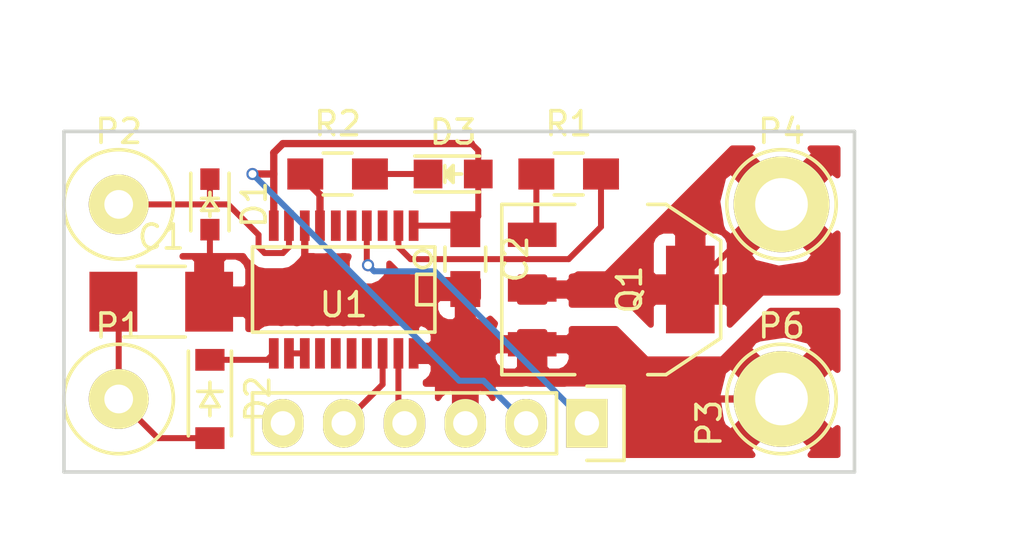
<source format=kicad_pcb>
(kicad_pcb (version 4) (host pcbnew 4.0.4+e1-6308~48~ubuntu16.04.1-stable)

  (general
    (links 26)
    (no_connects 0)
    (area 161.468999 87.300999 194.639001 101.675001)
    (thickness 1.6)
    (drawings 6)
    (tracks 73)
    (zones 0)
    (modules 14)
    (nets 15)
  )

  (page A4)
  (layers
    (0 F.Cu signal)
    (31 B.Cu signal)
    (32 B.Adhes user)
    (33 F.Adhes user)
    (34 B.Paste user)
    (35 F.Paste user)
    (36 B.SilkS user)
    (37 F.SilkS user)
    (38 B.Mask user)
    (39 F.Mask user)
    (40 Dwgs.User user)
    (41 Cmts.User user)
    (42 Eco1.User user)
    (43 Eco2.User user)
    (44 Edge.Cuts user)
    (45 Margin user)
    (46 B.CrtYd user)
    (47 F.CrtYd user)
    (48 B.Fab user)
    (49 F.Fab user)
  )

  (setup
    (last_trace_width 0.3048)
    (trace_clearance 0.1524)
    (zone_clearance 0.508)
    (zone_45_only no)
    (trace_min 0.1524)
    (segment_width 0.2)
    (edge_width 0.15)
    (via_size 0.508)
    (via_drill 0.3302)
    (via_min_size 0.508)
    (via_min_drill 0.3)
    (uvia_size 0.3)
    (uvia_drill 0.1)
    (uvias_allowed no)
    (uvia_min_size 0)
    (uvia_min_drill 0)
    (pcb_text_width 0.3)
    (pcb_text_size 1.5 1.5)
    (mod_edge_width 0.15)
    (mod_text_size 1 1)
    (mod_text_width 0.15)
    (pad_size 4 4)
    (pad_drill 2.2)
    (pad_to_mask_clearance 0.2)
    (aux_axis_origin 0 0)
    (visible_elements FFFCFF7F)
    (pcbplotparams
      (layerselection 0x00030_80000001)
      (usegerberextensions false)
      (excludeedgelayer true)
      (linewidth 0.100000)
      (plotframeref false)
      (viasonmask false)
      (mode 1)
      (useauxorigin false)
      (hpglpennumber 1)
      (hpglpenspeed 20)
      (hpglpendiameter 15)
      (hpglpenoverlay 2)
      (psnegative false)
      (psa4output false)
      (plotreference true)
      (plotvalue true)
      (plotinvisibletext false)
      (padsonsilk false)
      (subtractmaskfromsilk false)
      (outputformat 1)
      (mirror false)
      (drillshape 1)
      (scaleselection 1)
      (outputdirectory ""))
  )

  (net 0 "")
  (net 1 +12V)
  (net 2 GND)
  (net 3 +5V)
  (net 4 "Net-(D2-Pad1)")
  (net 5 "Net-(Q1-Pad1)")
  (net 6 "Net-(R1-Pad2)")
  (net 7 //MCLR)
  (net 8 "Net-(U1-Pad12)")
  (net 9 /ICSPCLK)
  (net 10 /ICSPDAT)
  (net 11 /LBUS)
  (net 12 /OUT)
  (net 13 "Net-(D3-Pad1)")
  (net 14 "Net-(R2-Pad1)")

  (net_class Default "This is the default net class."
    (clearance 0.1524)
    (trace_width 0.3048)
    (via_dia 0.508)
    (via_drill 0.3302)
    (uvia_dia 0.3)
    (uvia_drill 0.1)
    (add_net +12V)
    (add_net +5V)
    (add_net //MCLR)
    (add_net /ICSPCLK)
    (add_net /ICSPDAT)
    (add_net /LBUS)
    (add_net /OUT)
    (add_net GND)
    (add_net "Net-(D2-Pad1)")
    (add_net "Net-(D3-Pad1)")
    (add_net "Net-(Q1-Pad1)")
    (add_net "Net-(R1-Pad2)")
    (add_net "Net-(R2-Pad1)")
    (add_net "Net-(U1-Pad12)")
  )

  (module SMD_Packages:SSOP-20 (layer F.Cu) (tedit 0) (tstamp 57DF6EBD)
    (at 173.228 93.98 180)
    (descr "SSOP 20 pins")
    (tags "CMS SSOP SMD")
    (path /57DF7683)
    (attr smd)
    (fp_text reference U1 (at 0 -0.635 180) (layer F.SilkS)
      (effects (font (size 1 1) (thickness 0.15)))
    )
    (fp_text value PIC16F1829LIN (at 0 0.635 180) (layer F.Fab)
      (effects (font (size 1 1) (thickness 0.15)))
    )
    (fp_line (start 3.81 -1.778) (end -3.81 -1.778) (layer F.SilkS) (width 0.15))
    (fp_line (start -3.81 1.778) (end 3.81 1.778) (layer F.SilkS) (width 0.15))
    (fp_line (start 3.81 -1.778) (end 3.81 1.778) (layer F.SilkS) (width 0.15))
    (fp_line (start -3.81 1.778) (end -3.81 -1.778) (layer F.SilkS) (width 0.15))
    (fp_circle (center -3.302 1.27) (end -3.556 1.016) (layer F.SilkS) (width 0.15))
    (fp_line (start -3.81 -0.635) (end -3.048 -0.635) (layer F.SilkS) (width 0.15))
    (fp_line (start -3.048 -0.635) (end -3.048 0.635) (layer F.SilkS) (width 0.15))
    (fp_line (start -3.048 0.635) (end -3.81 0.635) (layer F.SilkS) (width 0.15))
    (pad 1 smd rect (at -2.921 2.667 180) (size 0.4064 1.27) (layers F.Cu F.Paste F.Mask)
      (net 3 +5V))
    (pad 2 smd rect (at -2.286 2.667 180) (size 0.4064 1.27) (layers F.Cu F.Paste F.Mask)
      (net 6 "Net-(R1-Pad2)"))
    (pad 3 smd rect (at -1.6256 2.667 180) (size 0.4064 1.27) (layers F.Cu F.Paste F.Mask))
    (pad 4 smd rect (at -0.9652 2.667 180) (size 0.4064 1.27) (layers F.Cu F.Paste F.Mask)
      (net 7 //MCLR))
    (pad 5 smd rect (at -0.3302 2.667 180) (size 0.4064 1.27) (layers F.Cu F.Paste F.Mask))
    (pad 6 smd rect (at 0.3302 2.667 180) (size 0.4064 1.27) (layers F.Cu F.Paste F.Mask))
    (pad 7 smd rect (at 0.9906 2.667 180) (size 0.4064 1.27) (layers F.Cu F.Paste F.Mask)
      (net 14 "Net-(R2-Pad1)"))
    (pad 8 smd rect (at 1.6256 2.667 180) (size 0.4064 1.27) (layers F.Cu F.Paste F.Mask)
      (net 2 GND))
    (pad 9 smd rect (at 2.286 2.667 180) (size 0.4064 1.27) (layers F.Cu F.Paste F.Mask)
      (net 11 /LBUS))
    (pad 10 smd rect (at 2.921 2.667 180) (size 0.4064 1.27) (layers F.Cu F.Paste F.Mask)
      (net 3 +5V))
    (pad 11 smd rect (at 2.921 -2.667 180) (size 0.4064 1.27) (layers F.Cu F.Paste F.Mask)
      (net 4 "Net-(D2-Pad1)"))
    (pad 12 smd rect (at 2.286 -2.667 180) (size 0.4064 1.27) (layers F.Cu F.Paste F.Mask)
      (net 8 "Net-(U1-Pad12)"))
    (pad 13 smd rect (at 1.6256 -2.667 180) (size 0.4064 1.27) (layers F.Cu F.Paste F.Mask)
      (net 8 "Net-(U1-Pad12)"))
    (pad 14 smd rect (at 0.9906 -2.667 180) (size 0.4064 1.27) (layers F.Cu F.Paste F.Mask))
    (pad 15 smd rect (at 0.3302 -2.667 180) (size 0.4064 1.27) (layers F.Cu F.Paste F.Mask))
    (pad 16 smd rect (at -0.3302 -2.667 180) (size 0.4064 1.27) (layers F.Cu F.Paste F.Mask))
    (pad 17 smd rect (at -0.9652 -2.667 180) (size 0.4064 1.27) (layers F.Cu F.Paste F.Mask))
    (pad 18 smd rect (at -1.6256 -2.667 180) (size 0.4064 1.27) (layers F.Cu F.Paste F.Mask)
      (net 9 /ICSPCLK))
    (pad 19 smd rect (at -2.286 -2.667 180) (size 0.4064 1.27) (layers F.Cu F.Paste F.Mask)
      (net 10 /ICSPDAT))
    (pad 20 smd rect (at -2.921 -2.667 180) (size 0.4064 1.27) (layers F.Cu F.Paste F.Mask)
      (net 2 GND))
    (model SMD_Packages.3dshapes/SSOP-20.wrl
      (at (xyz 0 0 0))
      (scale (xyz 0.255 0.33 0.3))
      (rotate (xyz 0 0 0))
    )
  )

  (module Capacitors_SMD:C_1210_HandSoldering (layer F.Cu) (tedit 541A9C39) (tstamp 57DF6E51)
    (at 165.608 94.488)
    (descr "Capacitor SMD 1210, hand soldering")
    (tags "capacitor 1210")
    (path /57DF7685)
    (attr smd)
    (fp_text reference C1 (at 0 -2.7) (layer F.SilkS)
      (effects (font (size 1 1) (thickness 0.15)))
    )
    (fp_text value 10uF (at 0 2.7) (layer F.Fab)
      (effects (font (size 1 1) (thickness 0.15)))
    )
    (fp_line (start -3.3 -1.6) (end 3.3 -1.6) (layer F.CrtYd) (width 0.05))
    (fp_line (start -3.3 1.6) (end 3.3 1.6) (layer F.CrtYd) (width 0.05))
    (fp_line (start -3.3 -1.6) (end -3.3 1.6) (layer F.CrtYd) (width 0.05))
    (fp_line (start 3.3 -1.6) (end 3.3 1.6) (layer F.CrtYd) (width 0.05))
    (fp_line (start 1 -1.475) (end -1 -1.475) (layer F.SilkS) (width 0.15))
    (fp_line (start -1 1.475) (end 1 1.475) (layer F.SilkS) (width 0.15))
    (pad 1 smd rect (at -2 0) (size 2 2.5) (layers F.Cu F.Paste F.Mask)
      (net 1 +12V))
    (pad 2 smd rect (at 2 0) (size 2 2.5) (layers F.Cu F.Paste F.Mask)
      (net 2 GND))
    (model Capacitors_SMD.3dshapes/C_1210_HandSoldering.wrl
      (at (xyz 0 0 0))
      (scale (xyz 1 1 1))
      (rotate (xyz 0 0 0))
    )
  )

  (module Capacitors_SMD:C_0805_HandSoldering (layer F.Cu) (tedit 541A9B8D) (tstamp 57DF6E5D)
    (at 178.308 92.71 270)
    (descr "Capacitor SMD 0805, hand soldering")
    (tags "capacitor 0805")
    (path /57DF7684)
    (attr smd)
    (fp_text reference C2 (at 0 -2.1 270) (layer F.SilkS)
      (effects (font (size 1 1) (thickness 0.15)))
    )
    (fp_text value 1uF (at 0 2.1 270) (layer F.Fab)
      (effects (font (size 1 1) (thickness 0.15)))
    )
    (fp_line (start -2.3 -1) (end 2.3 -1) (layer F.CrtYd) (width 0.05))
    (fp_line (start -2.3 1) (end 2.3 1) (layer F.CrtYd) (width 0.05))
    (fp_line (start -2.3 -1) (end -2.3 1) (layer F.CrtYd) (width 0.05))
    (fp_line (start 2.3 -1) (end 2.3 1) (layer F.CrtYd) (width 0.05))
    (fp_line (start 0.5 -0.85) (end -0.5 -0.85) (layer F.SilkS) (width 0.15))
    (fp_line (start -0.5 0.85) (end 0.5 0.85) (layer F.SilkS) (width 0.15))
    (pad 1 smd rect (at -1.25 0 270) (size 1.5 1.25) (layers F.Cu F.Paste F.Mask)
      (net 3 +5V))
    (pad 2 smd rect (at 1.25 0 270) (size 1.5 1.25) (layers F.Cu F.Paste F.Mask)
      (net 2 GND))
    (model Capacitors_SMD.3dshapes/C_0805_HandSoldering.wrl
      (at (xyz 0 0 0))
      (scale (xyz 1 1 1))
      (rotate (xyz 0 0 0))
    )
  )

  (module Diodes_SMD:SOD-123 (layer F.Cu) (tedit 5530FCB9) (tstamp 57DF6E81)
    (at 167.64 98.552 270)
    (descr SOD-123)
    (tags SOD-123)
    (path /57DF7688)
    (attr smd)
    (fp_text reference D2 (at 0 -2 270) (layer F.SilkS)
      (effects (font (size 1 1) (thickness 0.15)))
    )
    (fp_text value 1N4148W-7-F (at 0 2.1 270) (layer F.Fab)
      (effects (font (size 1 1) (thickness 0.15)))
    )
    (fp_line (start 0.3175 0) (end 0.6985 0) (layer F.SilkS) (width 0.15))
    (fp_line (start -0.6985 0) (end -0.3175 0) (layer F.SilkS) (width 0.15))
    (fp_line (start -0.3175 0) (end 0.3175 -0.381) (layer F.SilkS) (width 0.15))
    (fp_line (start 0.3175 -0.381) (end 0.3175 0.381) (layer F.SilkS) (width 0.15))
    (fp_line (start 0.3175 0.381) (end -0.3175 0) (layer F.SilkS) (width 0.15))
    (fp_line (start -0.3175 -0.508) (end -0.3175 0.508) (layer F.SilkS) (width 0.15))
    (fp_line (start -2.25 -1.05) (end 2.25 -1.05) (layer F.CrtYd) (width 0.05))
    (fp_line (start 2.25 -1.05) (end 2.25 1.05) (layer F.CrtYd) (width 0.05))
    (fp_line (start 2.25 1.05) (end -2.25 1.05) (layer F.CrtYd) (width 0.05))
    (fp_line (start -2.25 -1.05) (end -2.25 1.05) (layer F.CrtYd) (width 0.05))
    (fp_line (start -2 0.9) (end 1.54 0.9) (layer F.SilkS) (width 0.15))
    (fp_line (start -2 -0.9) (end 1.54 -0.9) (layer F.SilkS) (width 0.15))
    (pad 1 smd rect (at -1.635 0 270) (size 0.91 1.22) (layers F.Cu F.Paste F.Mask)
      (net 4 "Net-(D2-Pad1)"))
    (pad 2 smd rect (at 1.635 0 270) (size 0.91 1.22) (layers F.Cu F.Paste F.Mask)
      (net 1 +12V))
    (model /home/cpriscal/Projets/lin_modules/13a_switch/sod-123.wrl
      (at (xyz 0 0 0))
      (scale (xyz 1 1 1))
      (rotate (xyz 0 0 180))
    )
  )

  (module TO_SOT_Packages_SMD:SOT-223 (layer F.Cu) (tedit 0) (tstamp 57DF6E91)
    (at 184.404 93.98 270)
    (descr "module CMS SOT223 4 pins")
    (tags "CMS SOT")
    (path /57DF7C1E)
    (attr smd)
    (fp_text reference Q1 (at 0 -0.762 270) (layer F.SilkS)
      (effects (font (size 1 1) (thickness 0.15)))
    )
    (fp_text value Q_NMOS_GDSD (at 0 0.762 270) (layer F.Fab)
      (effects (font (size 1 1) (thickness 0.15)))
    )
    (fp_line (start -3.556 1.524) (end -3.556 4.572) (layer F.SilkS) (width 0.15))
    (fp_line (start -3.556 4.572) (end 3.556 4.572) (layer F.SilkS) (width 0.15))
    (fp_line (start 3.556 4.572) (end 3.556 1.524) (layer F.SilkS) (width 0.15))
    (fp_line (start -3.556 -1.524) (end -3.556 -2.286) (layer F.SilkS) (width 0.15))
    (fp_line (start -3.556 -2.286) (end -2.032 -4.572) (layer F.SilkS) (width 0.15))
    (fp_line (start -2.032 -4.572) (end 2.032 -4.572) (layer F.SilkS) (width 0.15))
    (fp_line (start 2.032 -4.572) (end 3.556 -2.286) (layer F.SilkS) (width 0.15))
    (fp_line (start 3.556 -2.286) (end 3.556 -1.524) (layer F.SilkS) (width 0.15))
    (pad 4 smd rect (at 0 -3.302 270) (size 3.6576 2.032) (layers F.Cu F.Paste F.Mask)
      (net 12 /OUT))
    (pad 2 smd rect (at 0 3.302 270) (size 1.016 2.032) (layers F.Cu F.Paste F.Mask)
      (net 12 /OUT))
    (pad 3 smd rect (at 2.286 3.302 270) (size 1.016 2.032) (layers F.Cu F.Paste F.Mask)
      (net 2 GND))
    (pad 1 smd rect (at -2.286 3.302 270) (size 1.016 2.032) (layers F.Cu F.Paste F.Mask)
      (net 5 "Net-(Q1-Pad1)"))
    (model TO_SOT_Packages_SMD.3dshapes/SOT-223.wrl
      (at (xyz 0 0 0))
      (scale (xyz 0.4 0.4 0.4))
      (rotate (xyz 0 0 0))
    )
  )

  (module LEDs:LED_0805 (layer F.Cu) (tedit 55BDE1C2) (tstamp 57E2175B)
    (at 177.8 89.154)
    (descr "LED 0805 smd package")
    (tags "LED 0805 SMD")
    (path /57E21D1D)
    (attr smd)
    (fp_text reference D3 (at 0 -1.75) (layer F.SilkS)
      (effects (font (size 1 1) (thickness 0.15)))
    )
    (fp_text value LED (at 0 1.75) (layer F.Fab)
      (effects (font (size 1 1) (thickness 0.15)))
    )
    (fp_line (start -0.4 -0.3) (end -0.4 0.3) (layer F.Fab) (width 0.15))
    (fp_line (start -0.3 0) (end 0 -0.3) (layer F.Fab) (width 0.15))
    (fp_line (start 0 0.3) (end -0.3 0) (layer F.Fab) (width 0.15))
    (fp_line (start 0 -0.3) (end 0 0.3) (layer F.Fab) (width 0.15))
    (fp_line (start 1 -0.6) (end -1 -0.6) (layer F.Fab) (width 0.15))
    (fp_line (start 1 0.6) (end 1 -0.6) (layer F.Fab) (width 0.15))
    (fp_line (start -1 0.6) (end 1 0.6) (layer F.Fab) (width 0.15))
    (fp_line (start -1 -0.6) (end -1 0.6) (layer F.Fab) (width 0.15))
    (fp_line (start -1.6 0.75) (end 1.1 0.75) (layer F.SilkS) (width 0.15))
    (fp_line (start -1.6 -0.75) (end 1.1 -0.75) (layer F.SilkS) (width 0.15))
    (fp_line (start -0.1 0.15) (end -0.1 -0.1) (layer F.SilkS) (width 0.15))
    (fp_line (start -0.1 -0.1) (end -0.25 0.05) (layer F.SilkS) (width 0.15))
    (fp_line (start -0.35 -0.35) (end -0.35 0.35) (layer F.SilkS) (width 0.15))
    (fp_line (start 0 0) (end 0.35 0) (layer F.SilkS) (width 0.15))
    (fp_line (start -0.35 0) (end 0 -0.35) (layer F.SilkS) (width 0.15))
    (fp_line (start 0 -0.35) (end 0 0.35) (layer F.SilkS) (width 0.15))
    (fp_line (start 0 0.35) (end -0.35 0) (layer F.SilkS) (width 0.15))
    (fp_line (start 1.9 -0.95) (end 1.9 0.95) (layer F.CrtYd) (width 0.05))
    (fp_line (start 1.9 0.95) (end -1.9 0.95) (layer F.CrtYd) (width 0.05))
    (fp_line (start -1.9 0.95) (end -1.9 -0.95) (layer F.CrtYd) (width 0.05))
    (fp_line (start -1.9 -0.95) (end 1.9 -0.95) (layer F.CrtYd) (width 0.05))
    (pad 2 smd rect (at 1.04902 0 180) (size 1.19888 1.19888) (layers F.Cu F.Paste F.Mask)
      (net 3 +5V))
    (pad 1 smd rect (at -1.04902 0 180) (size 1.19888 1.19888) (layers F.Cu F.Paste F.Mask)
      (net 13 "Net-(D3-Pad1)"))
    (model LEDs.3dshapes/LED_0805.wrl
      (at (xyz 0 0 0))
      (scale (xyz 1 1 1))
      (rotate (xyz 0 0 0))
    )
  )

  (module Connect:1pin (layer F.Cu) (tedit 57E218A7) (tstamp 57E21AD3)
    (at 163.83 98.552)
    (descr "module 1 pin (ou trou mecanique de percage)")
    (tags DEV)
    (path /57DF7F56)
    (fp_text reference P1 (at 0 -3.048) (layer F.SilkS)
      (effects (font (size 1 1) (thickness 0.15)))
    )
    (fp_text value CONN_01X01 (at 0 2.794) (layer F.Fab)
      (effects (font (size 1 1) (thickness 0.15)))
    )
    (fp_circle (center 0 0) (end 0 -2.286) (layer F.SilkS) (width 0.15))
    (pad 1 thru_hole circle (at 0 0) (size 2.5 2.5) (drill 1.2) (layers *.Cu *.Mask F.SilkS)
      (net 1 +12V))
  )

  (module Connect:1pin (layer F.Cu) (tedit 57E218B5) (tstamp 57E21AD8)
    (at 163.83 90.424)
    (descr "module 1 pin (ou trou mecanique de percage)")
    (tags DEV)
    (path /57E228B5)
    (fp_text reference P2 (at 0 -3.048) (layer F.SilkS)
      (effects (font (size 1 1) (thickness 0.15)))
    )
    (fp_text value CONN_01X01 (at 0 2.794) (layer F.Fab)
      (effects (font (size 1 1) (thickness 0.15)))
    )
    (fp_circle (center 0 0) (end 0 -2.286) (layer F.SilkS) (width 0.15))
    (pad 1 thru_hole circle (at 0 0) (size 2.5 2.5) (drill 1.2) (layers *.Cu *.Mask F.SilkS)
      (net 11 /LBUS))
  )

  (module Connect:1pin (layer F.Cu) (tedit 57E21909) (tstamp 57E21ADD)
    (at 191.516 90.424)
    (descr "module 1 pin (ou trou mecanique de percage)")
    (tags DEV)
    (path /57DF9774)
    (fp_text reference P4 (at 0 -3.048) (layer F.SilkS)
      (effects (font (size 1 1) (thickness 0.15)))
    )
    (fp_text value CONN_01X01 (at 0 2.794) (layer F.Fab)
      (effects (font (size 1 1) (thickness 0.15)))
    )
    (fp_circle (center 0 0) (end 0 -2.286) (layer F.SilkS) (width 0.15))
    (pad 1 thru_hole circle (at 0 0) (size 4 4) (drill 2.2) (layers *.Cu *.Mask F.SilkS)
      (net 12 /OUT))
  )

  (module Connect:1pin (layer F.Cu) (tedit 57E21914) (tstamp 57E21AE2)
    (at 191.516 98.552)
    (descr "module 1 pin (ou trou mecanique de percage)")
    (tags DEV)
    (path /57DFF88A)
    (fp_text reference P6 (at 0 -3.048) (layer F.SilkS)
      (effects (font (size 1 1) (thickness 0.15)))
    )
    (fp_text value CONN_01X01 (at 0 2.794) (layer F.Fab)
      (effects (font (size 1 1) (thickness 0.15)))
    )
    (fp_circle (center 0 0) (end 0 -2.286) (layer F.SilkS) (width 0.15))
    (pad 1 thru_hole circle (at 0 0) (size 4 4) (drill 2.2) (layers *.Cu *.Mask F.SilkS)
      (net 2 GND))
  )

  (module Pin_Headers:Pin_Header_Straight_1x06 (layer F.Cu) (tedit 0) (tstamp 57E350EE)
    (at 183.388 99.568 270)
    (descr "Through hole pin header")
    (tags "pin header")
    (path /57E0B1D0)
    (fp_text reference P3 (at 0 -5.1 270) (layer F.SilkS)
      (effects (font (size 1 1) (thickness 0.15)))
    )
    (fp_text value CONN_01X06 (at 0 -3.1 270) (layer F.Fab)
      (effects (font (size 1 1) (thickness 0.15)))
    )
    (fp_line (start -1.75 -1.75) (end -1.75 14.45) (layer F.CrtYd) (width 0.05))
    (fp_line (start 1.75 -1.75) (end 1.75 14.45) (layer F.CrtYd) (width 0.05))
    (fp_line (start -1.75 -1.75) (end 1.75 -1.75) (layer F.CrtYd) (width 0.05))
    (fp_line (start -1.75 14.45) (end 1.75 14.45) (layer F.CrtYd) (width 0.05))
    (fp_line (start 1.27 1.27) (end 1.27 13.97) (layer F.SilkS) (width 0.15))
    (fp_line (start 1.27 13.97) (end -1.27 13.97) (layer F.SilkS) (width 0.15))
    (fp_line (start -1.27 13.97) (end -1.27 1.27) (layer F.SilkS) (width 0.15))
    (fp_line (start 1.55 -1.55) (end 1.55 0) (layer F.SilkS) (width 0.15))
    (fp_line (start 1.27 1.27) (end -1.27 1.27) (layer F.SilkS) (width 0.15))
    (fp_line (start -1.55 0) (end -1.55 -1.55) (layer F.SilkS) (width 0.15))
    (fp_line (start -1.55 -1.55) (end 1.55 -1.55) (layer F.SilkS) (width 0.15))
    (pad 1 thru_hole rect (at 0 0 270) (size 2.032 1.7272) (drill 1.016) (layers *.Cu *.Mask F.SilkS)
      (net 7 //MCLR))
    (pad 2 thru_hole oval (at 0 2.54 270) (size 2.032 1.7272) (drill 1.016) (layers *.Cu *.Mask F.SilkS)
      (net 3 +5V))
    (pad 3 thru_hole oval (at 0 5.08 270) (size 2.032 1.7272) (drill 1.016) (layers *.Cu *.Mask F.SilkS)
      (net 2 GND))
    (pad 4 thru_hole oval (at 0 7.62 270) (size 2.032 1.7272) (drill 1.016) (layers *.Cu *.Mask F.SilkS)
      (net 10 /ICSPDAT))
    (pad 5 thru_hole oval (at 0 10.16 270) (size 2.032 1.7272) (drill 1.016) (layers *.Cu *.Mask F.SilkS)
      (net 9 /ICSPCLK))
    (pad 6 thru_hole oval (at 0 12.7 270) (size 2.032 1.7272) (drill 1.016) (layers *.Cu *.Mask F.SilkS))
    (model Pin_Headers.3dshapes/Pin_Header_Straight_1x06.wrl
      (at (xyz 0 -0.25 0))
      (scale (xyz 1 1 1))
      (rotate (xyz 0 0 90))
    )
  )

  (module Resistors_SMD:R_0805_HandSoldering (layer F.Cu) (tedit 54189DEE) (tstamp 57E362DB)
    (at 172.974 89.154)
    (descr "Resistor SMD 0805, hand soldering")
    (tags "resistor 0805")
    (path /57E21EE2)
    (attr smd)
    (fp_text reference R2 (at 0 -2.1) (layer F.SilkS)
      (effects (font (size 1 1) (thickness 0.15)))
    )
    (fp_text value 160 (at 0 2.1) (layer F.Fab)
      (effects (font (size 1 1) (thickness 0.15)))
    )
    (fp_line (start -2.4 -1) (end 2.4 -1) (layer F.CrtYd) (width 0.05))
    (fp_line (start -2.4 1) (end 2.4 1) (layer F.CrtYd) (width 0.05))
    (fp_line (start -2.4 -1) (end -2.4 1) (layer F.CrtYd) (width 0.05))
    (fp_line (start 2.4 -1) (end 2.4 1) (layer F.CrtYd) (width 0.05))
    (fp_line (start 0.6 0.875) (end -0.6 0.875) (layer F.SilkS) (width 0.15))
    (fp_line (start -0.6 -0.875) (end 0.6 -0.875) (layer F.SilkS) (width 0.15))
    (pad 1 smd rect (at -1.35 0) (size 1.5 1.3) (layers F.Cu F.Paste F.Mask)
      (net 14 "Net-(R2-Pad1)"))
    (pad 2 smd rect (at 1.35 0) (size 1.5 1.3) (layers F.Cu F.Paste F.Mask)
      (net 13 "Net-(D3-Pad1)"))
    (model Resistors_SMD.3dshapes/R_0805_HandSoldering.wrl
      (at (xyz 0 0 0))
      (scale (xyz 1 1 1))
      (rotate (xyz 0 0 0))
    )
  )

  (module Resistors_SMD:R_0805_HandSoldering (layer F.Cu) (tedit 54189DEE) (tstamp 57E36424)
    (at 182.626 89.154)
    (descr "Resistor SMD 0805, hand soldering")
    (tags "resistor 0805")
    (path /57DF990E)
    (attr smd)
    (fp_text reference R1 (at 0 -2.1) (layer F.SilkS)
      (effects (font (size 1 1) (thickness 0.15)))
    )
    (fp_text value 1K (at 0 2.1) (layer F.Fab)
      (effects (font (size 1 1) (thickness 0.15)))
    )
    (fp_line (start -2.4 -1) (end 2.4 -1) (layer F.CrtYd) (width 0.05))
    (fp_line (start -2.4 1) (end 2.4 1) (layer F.CrtYd) (width 0.05))
    (fp_line (start -2.4 -1) (end -2.4 1) (layer F.CrtYd) (width 0.05))
    (fp_line (start 2.4 -1) (end 2.4 1) (layer F.CrtYd) (width 0.05))
    (fp_line (start 0.6 0.875) (end -0.6 0.875) (layer F.SilkS) (width 0.15))
    (fp_line (start -0.6 -0.875) (end 0.6 -0.875) (layer F.SilkS) (width 0.15))
    (pad 1 smd rect (at -1.35 0) (size 1.5 1.3) (layers F.Cu F.Paste F.Mask)
      (net 5 "Net-(Q1-Pad1)"))
    (pad 2 smd rect (at 1.35 0) (size 1.5 1.3) (layers F.Cu F.Paste F.Mask)
      (net 6 "Net-(R1-Pad2)"))
    (model Resistors_SMD.3dshapes/R_0805_HandSoldering.wrl
      (at (xyz 0 0 0))
      (scale (xyz 1 1 1))
      (rotate (xyz 0 0 0))
    )
  )

  (module conn_ribbon:SOD-323_HandSoldering (layer F.Cu) (tedit 57E36C55) (tstamp 57E36E78)
    (at 167.64 90.424 270)
    (descr SOD-323)
    (tags SOD-323)
    (path /57DF7687)
    (attr smd)
    (fp_text reference D1 (at 0 -1.85 270) (layer F.SilkS)
      (effects (font (size 1 1) (thickness 0.15)))
    )
    (fp_text value RSB36V (at 0.1 1.9 270) (layer F.Fab)
      (effects (font (size 1 1) (thickness 0.15)))
    )
    (fp_line (start 0.25 0) (end 0.5 0) (layer F.SilkS) (width 0.15))
    (fp_line (start -0.25 0) (end -0.5 0) (layer F.SilkS) (width 0.15))
    (fp_line (start -0.25 0) (end 0.25 -0.35) (layer F.SilkS) (width 0.15))
    (fp_line (start 0.25 -0.35) (end 0.25 0.35) (layer F.SilkS) (width 0.15))
    (fp_line (start 0.25 0.35) (end -0.25 0) (layer F.SilkS) (width 0.15))
    (fp_line (start -0.25 -0.35) (end -0.25 0.35) (layer F.SilkS) (width 0.15))
    (fp_line (start -1.5 -0.95) (end 1.5 -0.95) (layer F.CrtYd) (width 0.05))
    (fp_line (start 1.5 -0.95) (end 1.5 0.95) (layer F.CrtYd) (width 0.05))
    (fp_line (start -1.5 0.95) (end 1.5 0.95) (layer F.CrtYd) (width 0.05))
    (fp_line (start -1.5 -0.95) (end -1.5 0.95) (layer F.CrtYd) (width 0.05))
    (fp_line (start -1.3 0.8) (end 1.1 0.8) (layer F.SilkS) (width 0.15))
    (fp_line (start -1.3 -0.8) (end 1.1 -0.8) (layer F.SilkS) (width 0.15))
    (pad 1 smd rect (at -1.055 0 270) (size 0.9 0.8) (layers F.Cu F.Paste F.Mask)
      (net 11 /LBUS))
    (pad 2 smd rect (at 1.055 0 270) (size 0.9 0.8) (layers F.Cu F.Paste F.Mask)
      (net 2 GND))
    (model Diodes_SMD.3dshapes/SOD-323.wrl
      (at (xyz 0 0 0))
      (scale (xyz 1 1 1))
      (rotate (xyz 0 0 180))
    )
    (model /home/cpriscal/Projets/lin_modules/13a_switch/sod323.wrl
      (at (xyz 0 0 0))
      (scale (xyz 1 1 1))
      (rotate (xyz 0 0 180))
    )
  )

  (dimension 14.224 (width 0.3) (layer Dwgs.User)
    (gr_text "14.224 mm" (at 198.962 94.488 270) (layer Dwgs.User)
      (effects (font (size 1.5 1.5) (thickness 0.3)))
    )
    (feature1 (pts (xy 195.58 101.6) (xy 200.312 101.6)))
    (feature2 (pts (xy 195.58 87.376) (xy 200.312 87.376)))
    (crossbar (pts (xy 197.612 87.376) (xy 197.612 101.6)))
    (arrow1a (pts (xy 197.612 101.6) (xy 197.025579 100.473496)))
    (arrow1b (pts (xy 197.612 101.6) (xy 198.198421 100.473496)))
    (arrow2a (pts (xy 197.612 87.376) (xy 197.025579 88.502504)))
    (arrow2b (pts (xy 197.612 87.376) (xy 198.198421 88.502504)))
  )
  (dimension 33.02 (width 0.3) (layer Dwgs.User)
    (gr_text "33.020 mm" (at 178.054 83.74) (layer Dwgs.User)
      (effects (font (size 1.5 1.5) (thickness 0.3)))
    )
    (feature1 (pts (xy 194.564 86.868) (xy 194.564 82.39)))
    (feature2 (pts (xy 161.544 86.868) (xy 161.544 82.39)))
    (crossbar (pts (xy 161.544 85.09) (xy 194.564 85.09)))
    (arrow1a (pts (xy 194.564 85.09) (xy 193.437496 85.676421)))
    (arrow1b (pts (xy 194.564 85.09) (xy 193.437496 84.503579)))
    (arrow2a (pts (xy 161.544 85.09) (xy 162.670504 85.676421)))
    (arrow2b (pts (xy 161.544 85.09) (xy 162.670504 84.503579)))
  )
  (gr_line (start 161.544 101.6) (end 194.564 101.6) (angle 90) (layer Edge.Cuts) (width 0.15))
  (gr_line (start 194.564 87.376) (end 161.544 87.376) (angle 90) (layer Edge.Cuts) (width 0.15))
  (gr_line (start 161.544 87.376) (end 161.544 101.6) (angle 90) (layer Edge.Cuts) (width 0.15))
  (gr_line (start 194.564 87.376) (end 194.564 101.6) (angle 90) (layer Edge.Cuts) (width 0.15))

  (segment (start 167.64 100.187) (end 165.465 100.187) (width 0.25) (layer F.Cu) (net 1) (status 10))
  (segment (start 165.465 100.187) (end 163.83 98.552) (width 0.25) (layer F.Cu) (net 1) (tstamp 57E22E8D) (status 20))
  (segment (start 163.83 98.552) (end 163.83 94.71) (width 0.25) (layer F.Cu) (net 1) (status 30))
  (segment (start 163.83 94.71) (end 163.608 94.488) (width 0.25) (layer F.Cu) (net 1) (tstamp 57E22E87) (status 30))
  (segment (start 178.308 99.568) (end 178.308 95.25) (width 0.25) (layer F.Cu) (net 2) (status 10))
  (segment (start 178.308 93.96) (end 171.7348 93.96) (width 0.3048) (layer F.Cu) (net 2) (status 10))
  (segment (start 171.7348 93.96) (end 171.6024 93.8276) (width 0.25) (layer F.Cu) (net 2) (tstamp 57E22EE9))
  (segment (start 178.308 95.25) (end 178.308 93.96) (width 0.25) (layer F.Cu) (net 2) (status 20))
  (segment (start 171.6024 91.313) (end 171.6024 93.8276) (width 0.3048) (layer F.Cu) (net 2) (status 10))
  (segment (start 170.942 94.488) (end 167.608 94.488) (width 0.3048) (layer F.Cu) (net 2) (status 20))
  (segment (start 171.6024 93.8276) (end 170.942 94.488) (width 0.3048) (layer F.Cu) (net 2) (tstamp 57E22E84))
  (segment (start 167.64 91.479) (end 167.64 94.456) (width 0.25) (layer F.Cu) (net 2) (status 30))
  (segment (start 167.64 94.456) (end 167.608 94.488) (width 0.25) (layer F.Cu) (net 2) (tstamp 57E22E7F) (status 30))
  (segment (start 167.64 94.456) (end 167.608 94.488) (width 0.25) (layer F.Cu) (net 2) (tstamp 57E22E33) (status 30))
  (segment (start 178.308 95.25) (end 178.308 95.23) (width 0.25) (layer F.Cu) (net 2) (tstamp 57E22EE5))
  (segment (start 176.149 96.647) (end 176.891 96.647) (width 0.25) (layer F.Cu) (net 2) (status 10))
  (segment (start 176.891 96.647) (end 178.308 95.23) (width 0.25) (layer F.Cu) (net 2) (tstamp 57E22C25))
  (segment (start 181.102 96.266) (end 179.344 96.266) (width 0.25) (layer F.Cu) (net 2) (status 10))
  (segment (start 179.344 96.266) (end 178.308 95.23) (width 0.25) (layer F.Cu) (net 2) (tstamp 57E22C21))
  (segment (start 181.102 96.266) (end 185.166 96.266) (width 0.3048) (layer F.Cu) (net 2) (status 10))
  (segment (start 185.166 96.266) (end 187.452 98.552) (width 0.3048) (layer F.Cu) (net 2) (tstamp 57E22C17))
  (segment (start 187.452 98.552) (end 191.516 98.552) (width 0.3048) (layer F.Cu) (net 2) (tstamp 57E22C19) (status 20))
  (segment (start 178.84902 89.154) (end 178.84902 88.17102) (width 0.25) (layer F.Cu) (net 3) (status 10))
  (segment (start 170.307 88.265) (end 170.688 87.884) (width 0.3048) (layer F.Cu) (net 3) (tstamp 57E36394))
  (segment (start 170.688 87.884) (end 178.562 87.884) (width 0.3048) (layer F.Cu) (net 3) (tstamp 57E36395))
  (segment (start 170.307 88.265) (end 170.307 89.154) (width 0.3048) (layer F.Cu) (net 3))
  (segment (start 178.84902 88.17102) (end 178.562 87.884) (width 0.25) (layer F.Cu) (net 3) (tstamp 57E36398))
  (segment (start 178.84902 89.154) (end 178.84902 90.91898) (width 0.25) (layer F.Cu) (net 3) (status 30))
  (segment (start 178.84902 90.91898) (end 178.308 91.46) (width 0.25) (layer F.Cu) (net 3) (tstamp 57E36391) (status 30))
  (segment (start 170.307 89.154) (end 169.418 89.154) (width 0.3048) (layer F.Cu) (net 3))
  (segment (start 179.07 97.79) (end 180.848 99.568) (width 0.25) (layer B.Cu) (net 3) (tstamp 57E35115) (status 20))
  (segment (start 178.054 97.79) (end 179.07 97.79) (width 0.25) (layer B.Cu) (net 3) (tstamp 57E35113))
  (segment (start 169.418 89.154) (end 178.054 97.79) (width 0.25) (layer B.Cu) (net 3) (tstamp 57E35112))
  (via (at 169.418 89.154) (size 0.508) (drill 0.3302) (layers F.Cu B.Cu) (net 3))
  (segment (start 170.307 89.154) (end 170.307 91.313) (width 0.3048) (layer F.Cu) (net 3) (tstamp 57E3510E) (status 20))
  (segment (start 176.149 91.313) (end 178.161 91.313) (width 0.25) (layer F.Cu) (net 3) (status 30))
  (segment (start 178.161 91.313) (end 178.308 91.46) (width 0.25) (layer F.Cu) (net 3) (tstamp 57E22FCF) (status 30))
  (segment (start 167.64 96.917) (end 170.037 96.917) (width 0.25) (layer F.Cu) (net 4) (status 10))
  (segment (start 170.037 96.917) (end 170.307 96.647) (width 0.25) (layer F.Cu) (net 4) (tstamp 57E22E8A) (status 20))
  (segment (start 181.276 89.154) (end 181.276 91.52) (width 0.25) (layer F.Cu) (net 5) (status 30))
  (segment (start 181.276 91.52) (end 181.102 91.694) (width 0.25) (layer F.Cu) (net 5) (tstamp 57E36449) (status 30))
  (segment (start 181.186 91.61) (end 181.102 91.694) (width 0.25) (layer F.Cu) (net 5) (tstamp 57E22E2B) (status 30))
  (segment (start 175.514 91.313) (end 175.514 92.202) (width 0.25) (layer F.Cu) (net 6) (status 10))
  (segment (start 183.976 91.36) (end 182.626 92.71) (width 0.25) (layer F.Cu) (net 6) (tstamp 57E3644C))
  (segment (start 182.626 92.71) (end 176.022 92.71) (width 0.25) (layer F.Cu) (net 6) (tstamp 57E3644E))
  (segment (start 183.976 91.36) (end 183.976 89.154) (width 0.25) (layer F.Cu) (net 6) (status 20))
  (segment (start 175.514 92.202) (end 176.022 92.71) (width 0.25) (layer F.Cu) (net 6) (tstamp 57E36452))
  (segment (start 174.1932 91.313) (end 174.1932 92.9132) (width 0.25) (layer F.Cu) (net 7) (status 10))
  (segment (start 177.038 93.218) (end 183.388 99.568) (width 0.25) (layer B.Cu) (net 7) (tstamp 57E35109) (status 20))
  (segment (start 174.498 93.218) (end 177.038 93.218) (width 0.25) (layer B.Cu) (net 7) (tstamp 57E35108))
  (segment (start 174.244 92.964) (end 174.498 93.218) (width 0.25) (layer B.Cu) (net 7) (tstamp 57E35107))
  (via (at 174.244 92.964) (size 0.508) (drill 0.3302) (layers F.Cu B.Cu) (net 7))
  (segment (start 174.1932 92.9132) (end 174.244 92.964) (width 0.25) (layer F.Cu) (net 7) (tstamp 57E35105))
  (segment (start 170.942 96.647) (end 171.6024 96.647) (width 0.25) (layer F.Cu) (net 8) (status 30))
  (segment (start 174.8536 96.647) (end 174.8536 97.9424) (width 0.25) (layer F.Cu) (net 9) (status 10))
  (segment (start 174.8536 97.9424) (end 173.228 99.568) (width 0.25) (layer F.Cu) (net 9) (tstamp 57E22C2E) (status 20))
  (segment (start 175.514 96.647) (end 175.514 99.314) (width 0.25) (layer F.Cu) (net 10) (status 30))
  (segment (start 175.514 99.314) (end 175.768 99.568) (width 0.25) (layer F.Cu) (net 10) (tstamp 57E22C2B) (status 30))
  (segment (start 167.64 89.369) (end 167.64 90.424) (width 0.25) (layer F.Cu) (net 11) (status 10))
  (segment (start 163.83 90.424) (end 167.64 90.424) (width 0.25) (layer F.Cu) (net 11) (status 10))
  (segment (start 167.64 90.424) (end 168.402 90.424) (width 0.25) (layer F.Cu) (net 11) (tstamp 57E22E7D))
  (segment (start 169.672 91.694) (end 168.402 90.424) (width 0.25) (layer F.Cu) (net 11) (tstamp 57E22E76))
  (segment (start 170.688 92.456) (end 169.926 92.456) (width 0.25) (layer F.Cu) (net 11))
  (segment (start 170.942 92.202) (end 170.688 92.456) (width 0.25) (layer F.Cu) (net 11) (tstamp 57E22E5C))
  (segment (start 170.942 92.202) (end 170.942 91.313) (width 0.25) (layer F.Cu) (net 11) (status 20))
  (segment (start 169.926 92.456) (end 169.672 92.202) (width 0.25) (layer F.Cu) (net 11) (tstamp 57E22E5F))
  (segment (start 169.672 92.202) (end 169.672 91.694) (width 0.25) (layer F.Cu) (net 11))
  (segment (start 187.706 93.98) (end 181.102 93.98) (width 0.3048) (layer F.Cu) (net 12) (status 30))
  (segment (start 191.516 90.424) (end 191.262 90.424) (width 0.25) (layer F.Cu) (net 12) (status 30))
  (segment (start 191.262 90.424) (end 187.706 93.98) (width 0.25) (layer F.Cu) (net 12) (tstamp 57E22C11) (status 30))
  (segment (start 176.75098 89.154) (end 174.324 89.154) (width 0.25) (layer F.Cu) (net 13) (status 30))
  (segment (start 172.2374 91.313) (end 172.2374 90.0254) (width 0.3048) (layer F.Cu) (net 14) (status 10))
  (segment (start 172.2374 90.0254) (end 171.366 89.154) (width 0.3048) (layer F.Cu) (net 14) (tstamp 57E342E4) (status 20))

  (zone (net 12) (net_name /OUT) (layer F.Cu) (tstamp 57E8A3AE) (hatch edge 0.508)
    (connect_pads (clearance 0.508))
    (min_thickness 0.254)
    (fill yes (arc_segments 16) (thermal_gap 0.508) (thermal_bridge_width 1.27))
    (polygon
      (pts
        (xy 184.15 93.218) (xy 179.832 93.218) (xy 179.832 94.742) (xy 185.166 94.742) (xy 186.436 96.012)
        (xy 188.976 96.012) (xy 190.754 94.234) (xy 194.31 94.234) (xy 194.31 87.63) (xy 189.738 87.63)
      )
    )
    (filled_polygon
      (pts
        (xy 190.1242 88.313779) (xy 191.516 89.70558) (xy 192.9078 88.313779) (xy 192.72984 88.086) (xy 193.854 88.086)
        (xy 193.854 89.21016) (xy 193.626221 89.0322) (xy 192.23442 90.424) (xy 193.626221 91.8158) (xy 193.854 91.63784)
        (xy 193.854 94.107) (xy 190.754 94.107) (xy 190.70459 94.117006) (xy 190.664197 94.144197) (xy 189.357 95.451394)
        (xy 189.357 94.64675) (xy 189.19825 94.488) (xy 188.214 94.488) (xy 188.214 94.508) (xy 187.198 94.508)
        (xy 187.198 94.488) (xy 186.21375 94.488) (xy 186.055 94.64675) (xy 186.055 95.451394) (xy 185.255803 94.652197)
        (xy 185.213789 94.624334) (xy 185.166 94.615) (xy 182.752714 94.615) (xy 182.753 94.614309) (xy 182.753 94.39275)
        (xy 182.59425 94.234) (xy 181.61 94.234) (xy 181.61 94.488) (xy 180.594 94.488) (xy 180.594 94.234)
        (xy 180.574 94.234) (xy 180.574 93.726) (xy 180.594 93.726) (xy 180.594 93.472) (xy 181.61 93.472)
        (xy 181.61 93.726) (xy 182.59425 93.726) (xy 182.753 93.56725) (xy 182.753 93.444738) (xy 182.916839 93.412148)
        (xy 183.017333 93.345) (xy 184.15 93.345) (xy 184.19941 93.334994) (xy 184.239803 93.307803) (xy 185.522715 92.024891)
        (xy 186.055 92.024891) (xy 186.055 93.31325) (xy 186.21375 93.472) (xy 187.198 93.472) (xy 187.198 91.67495)
        (xy 188.214 91.67495) (xy 188.214 93.472) (xy 189.19825 93.472) (xy 189.357 93.31325) (xy 189.357 92.534221)
        (xy 190.1242 92.534221) (xy 190.376311 92.85691) (xy 191.394098 93.107856) (xy 192.430445 92.95021) (xy 192.655689 92.85691)
        (xy 192.9078 92.534221) (xy 191.516 91.14242) (xy 190.1242 92.534221) (xy 189.357 92.534221) (xy 189.357 92.024891)
        (xy 189.260327 91.791502) (xy 189.081699 91.612873) (xy 188.84831 91.5162) (xy 188.37275 91.5162) (xy 188.214 91.67495)
        (xy 187.198 91.67495) (xy 187.03925 91.5162) (xy 186.56369 91.5162) (xy 186.330301 91.612873) (xy 186.151673 91.791502)
        (xy 186.055 92.024891) (xy 185.522715 92.024891) (xy 187.245508 90.302098) (xy 188.832144 90.302098) (xy 188.98979 91.338445)
        (xy 189.08309 91.563689) (xy 189.405779 91.8158) (xy 190.79758 90.424) (xy 189.405779 89.0322) (xy 189.08309 89.284311)
        (xy 188.832144 90.302098) (xy 187.245508 90.302098) (xy 189.461606 88.086) (xy 190.30216 88.086)
      )
    )
  )
  (zone (net 2) (net_name GND) (layer F.Cu) (tstamp 57E8A41B) (hatch edge 0.508)
    (connect_pads (clearance 0.508))
    (min_thickness 0.254)
    (fill yes (arc_segments 16) (thermal_gap 0.508) (thermal_bridge_width 1.27))
    (polygon
      (pts
        (xy 194.31 94.742) (xy 191.008 94.742) (xy 188.976 96.774) (xy 185.928 96.774) (xy 184.658 95.504)
        (xy 179.832 95.504) (xy 179.07 94.742) (xy 179.07 93.218) (xy 177.038 93.218) (xy 177.038 92.456)
        (xy 166.37 92.456) (xy 166.37 95.758) (xy 176.022 95.758) (xy 176.022 98.044) (xy 177.038 98.044)
        (xy 177.038 101.092) (xy 179.578 101.092) (xy 179.578 98.044) (xy 184.912 98.044) (xy 184.912 101.092)
        (xy 194.31 101.092)
      )
    )
    (filled_polygon
      (pts
        (xy 169.134599 92.739401) (xy 169.388599 92.993401) (xy 169.63516 93.158148) (xy 169.926 93.216) (xy 170.688 93.216)
        (xy 170.978839 93.158148) (xy 171.225401 92.993401) (xy 171.479401 92.739401) (xy 171.583905 92.583) (xy 171.972768 92.583)
        (xy 172.0342 92.59544) (xy 172.4406 92.59544) (xy 172.506713 92.583) (xy 172.633169 92.583) (xy 172.6946 92.59544)
        (xy 173.101 92.59544) (xy 173.167113 92.583) (xy 173.293569 92.583) (xy 173.355 92.59544) (xy 173.4332 92.59544)
        (xy 173.4332 92.598436) (xy 173.355154 92.786391) (xy 173.354846 93.140057) (xy 173.489903 93.46692) (xy 173.739764 93.717218)
        (xy 174.066391 93.852846) (xy 174.420057 93.853154) (xy 174.74692 93.718097) (xy 174.997218 93.468236) (xy 175.132846 93.141609)
        (xy 175.13306 92.895862) (xy 175.484599 93.247401) (xy 175.731161 93.412148) (xy 176.022 93.47) (xy 177.09175 93.47)
        (xy 177.20675 93.585) (xy 177.9955 93.585) (xy 177.9955 93.47) (xy 178.6205 93.47) (xy 178.6205 93.585)
        (xy 178.836 93.585) (xy 178.836 94.335) (xy 178.6205 94.335) (xy 178.6205 95.18625) (xy 178.77925 95.345)
        (xy 179.05931 95.345) (xy 179.292699 95.248327) (xy 179.34471 95.196316) (xy 179.547387 95.398993) (xy 179.451 95.631691)
        (xy 179.451 95.85325) (xy 179.60975 96.012) (xy 180.594 96.012) (xy 180.594 95.758) (xy 181.61 95.758)
        (xy 181.61 96.012) (xy 182.59425 96.012) (xy 182.753 95.85325) (xy 182.753 95.631691) (xy 182.752714 95.631)
        (xy 184.605394 95.631) (xy 185.838197 96.863803) (xy 185.880211 96.891666) (xy 185.928 96.901) (xy 188.976 96.901)
        (xy 189.02541 96.890994) (xy 189.065803 96.863803) (xy 189.487827 96.441779) (xy 190.1242 96.441779) (xy 191.516 97.83358)
        (xy 192.9078 96.441779) (xy 192.655689 96.11909) (xy 191.637902 95.868144) (xy 190.601555 96.02579) (xy 190.376311 96.11909)
        (xy 190.1242 96.441779) (xy 189.487827 96.441779) (xy 191.060606 94.869) (xy 193.854 94.869) (xy 193.854 97.33816)
        (xy 193.626221 97.1602) (xy 192.23442 98.552) (xy 193.626221 99.9438) (xy 193.854 99.76584) (xy 193.854 100.89)
        (xy 192.72984 100.89) (xy 192.9078 100.662221) (xy 191.516 99.27042) (xy 190.1242 100.662221) (xy 190.30216 100.89)
        (xy 185.039 100.89) (xy 185.039 98.430098) (xy 188.832144 98.430098) (xy 188.98979 99.466445) (xy 189.08309 99.691689)
        (xy 189.405779 99.9438) (xy 190.79758 98.552) (xy 189.405779 97.1602) (xy 189.08309 97.412311) (xy 188.832144 98.430098)
        (xy 185.039 98.430098) (xy 185.039 98.044) (xy 185.028994 97.99459) (xy 185.000553 97.952965) (xy 184.958159 97.925685)
        (xy 184.912 97.917) (xy 184.313031 97.917) (xy 184.2516 97.90456) (xy 182.5244 97.90456) (xy 182.458287 97.917)
        (xy 181.010609 97.917) (xy 180.848 97.884655) (xy 180.685391 97.917) (xy 179.578 97.917) (xy 179.52859 97.927006)
        (xy 179.486965 97.955447) (xy 179.459685 97.997841) (xy 179.451 98.044) (xy 179.451 98.514079) (xy 179.347523 98.361522)
        (xy 178.958974 98.065772) (xy 178.7398 98.147236) (xy 178.7398 99.06) (xy 178.836 99.06) (xy 178.836 100.076)
        (xy 178.7398 100.076) (xy 178.7398 100.096) (xy 177.8762 100.096) (xy 177.8762 100.076) (xy 177.78 100.076)
        (xy 177.78 99.06) (xy 177.8762 99.06) (xy 177.8762 98.147236) (xy 177.657026 98.065772) (xy 177.268477 98.361522)
        (xy 177.165 98.514079) (xy 177.165 98.044) (xy 177.154994 97.99459) (xy 177.126553 97.952965) (xy 177.084159 97.925685)
        (xy 177.038 97.917) (xy 176.657002 97.917) (xy 176.657002 97.843066) (xy 176.711898 97.820327) (xy 176.890527 97.641699)
        (xy 176.9872 97.40831) (xy 176.9872 97.12325) (xy 176.82845 96.9645) (xy 176.36464 96.9645) (xy 176.36464 96.67875)
        (xy 179.451 96.67875) (xy 179.451 96.900309) (xy 179.547673 97.133698) (xy 179.726301 97.312327) (xy 179.95969 97.409)
        (xy 180.43525 97.409) (xy 180.594 97.25025) (xy 180.594 96.52) (xy 181.61 96.52) (xy 181.61 97.25025)
        (xy 181.76875 97.409) (xy 182.24431 97.409) (xy 182.477699 97.312327) (xy 182.656327 97.133698) (xy 182.753 96.900309)
        (xy 182.753 96.67875) (xy 182.59425 96.52) (xy 181.61 96.52) (xy 180.594 96.52) (xy 179.60975 96.52)
        (xy 179.451 96.67875) (xy 176.36464 96.67875) (xy 176.36464 96.3295) (xy 176.82845 96.3295) (xy 176.9872 96.17075)
        (xy 176.9872 95.88569) (xy 176.890527 95.652301) (xy 176.711898 95.473673) (xy 176.478509 95.377) (xy 176.40935 95.377)
        (xy 176.2506 95.53575) (xy 176.2506 95.66827) (xy 176.18129 95.560559) (xy 175.96909 95.415569) (xy 175.916587 95.404937)
        (xy 175.88865 95.377) (xy 175.819491 95.377) (xy 175.806074 95.382557) (xy 175.7172 95.36456) (xy 175.3108 95.36456)
        (xy 175.179138 95.389334) (xy 175.0568 95.36456) (xy 174.6504 95.36456) (xy 174.518738 95.389334) (xy 174.3964 95.36456)
        (xy 173.99 95.36456) (xy 173.871504 95.386857) (xy 173.7614 95.36456) (xy 173.355 95.36456) (xy 173.223338 95.389334)
        (xy 173.101 95.36456) (xy 172.6946 95.36456) (xy 172.562938 95.389334) (xy 172.4406 95.36456) (xy 172.0342 95.36456)
        (xy 171.915704 95.386857) (xy 171.8056 95.36456) (xy 171.3992 95.36456) (xy 171.267538 95.389334) (xy 171.1452 95.36456)
        (xy 170.7388 95.36456) (xy 170.620304 95.386857) (xy 170.5102 95.36456) (xy 170.1038 95.36456) (xy 169.868483 95.408838)
        (xy 169.652359 95.54791) (xy 169.595586 95.631) (xy 169.243 95.631) (xy 169.243 95.15475) (xy 169.08425 94.996)
        (xy 168.108 94.996) (xy 168.108 95.016) (xy 167.108 95.016) (xy 167.108 94.996) (xy 167.08 94.996)
        (xy 167.08 94.49375) (xy 177.048 94.49375) (xy 177.048 94.836309) (xy 177.144673 95.069698) (xy 177.323301 95.248327)
        (xy 177.55669 95.345) (xy 177.83675 95.345) (xy 177.9955 95.18625) (xy 177.9955 94.335) (xy 177.20675 94.335)
        (xy 177.048 94.49375) (xy 167.08 94.49375) (xy 167.08 93.98) (xy 167.108 93.98) (xy 167.108 92.76175)
        (xy 168.108 92.76175) (xy 168.108 93.98) (xy 169.08425 93.98) (xy 169.243 93.82125) (xy 169.243 93.11169)
        (xy 169.146327 92.878301) (xy 168.967698 92.699673) (xy 168.734309 92.603) (xy 168.26675 92.603) (xy 168.108 92.76175)
        (xy 167.108 92.76175) (xy 166.94925 92.603) (xy 166.497 92.603) (xy 166.497 92.583) (xy 169.030095 92.583)
      )
    )
  )
)

</source>
